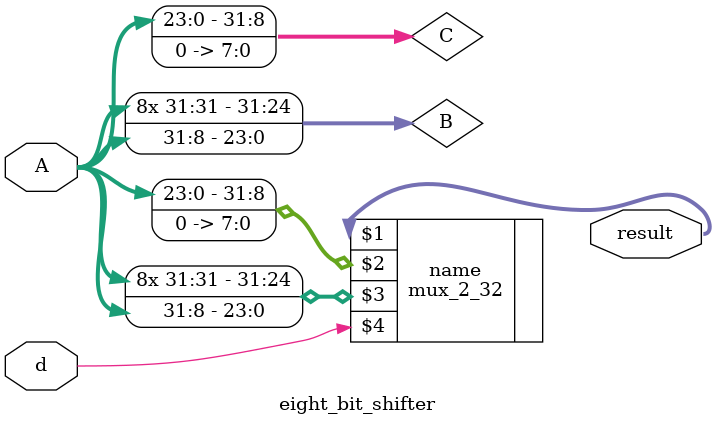
<source format=v>
module eight_bit_shifter(A, d, result);
	
	input [31:0] A;
	input d;
	output[31:0] result;
	wire [31:0] B, C;

	assign B[31] = A[31];
	assign B[30] = A[31];
	assign B[29] = A[31];
	assign B[28] = A[31]; 
	assign B[27] = A[31];
	assign B[26] = A[31]; 
	assign B[25] = A[31];
	assign B[24] = A[31]; 
	assign B[23] = A[31];
	assign B[22] = A[30]; 
	assign B[21] = A[29];
	assign B[20] = A[28]; 
	assign B[19] = A[27];
	assign B[18] = A[26]; 
	assign B[17] = A[25];
	assign B[16] = A[24]; 
	assign B[15] = A[23];
	assign B[14] = A[22]; 
	assign B[13] = A[21];
	assign B[12] = A[20]; 
	assign B[11] = A[19];
	assign B[10] = A[18]; 
	assign B[9] = A[17];
	assign B[8] = A[16]; 
	assign B[7] = A[15];
	assign B[6] = A[14]; 
	assign B[5] = A[13];
	assign B[4] = A[12];
	assign B[3] = A[11];
	assign B[2] = A[10]; 
	assign B[1] = A[9];
	assign B[0] = A[8]; 

	assign C[31] = A[23];
	assign C[30] = A[22];
	assign C[29] = A[21];
	assign C[28] = A[20]; 
	assign C[27] = A[19];
	assign C[26] = A[18]; 
	assign C[25] = A[17];
	assign C[24] = A[16]; 
	assign C[23] = A[15];
	assign C[22] = A[14]; 
	assign C[21] = A[13];
	assign C[20] = A[12]; 
	assign C[19] = A[11];
	assign C[18] = A[10]; 
	assign C[17] = A[9];
	assign C[16] = A[8]; 
	assign C[15] = A[7];
	assign C[14] = A[6]; 
	assign C[13] = A[5];
	assign C[12] = A[4]; 
	assign C[11] = A[3];
	assign C[10] = A[2]; 
	assign C[9] = A[1];
	assign C[8] = A[0]; 
	assign C[7] = 1'b0;
	assign C[6] = 1'b0; 
	assign C[5] = 1'b0;
	assign C[4] = 1'b0;
	assign C[3] = 1'b0;
	assign C[2] = 1'b0; 
	assign C[1] = 1'b0;
	assign C[0] = 1'b0; 

	mux_2_32 name(result, C, B, d);



endmodule
</source>
